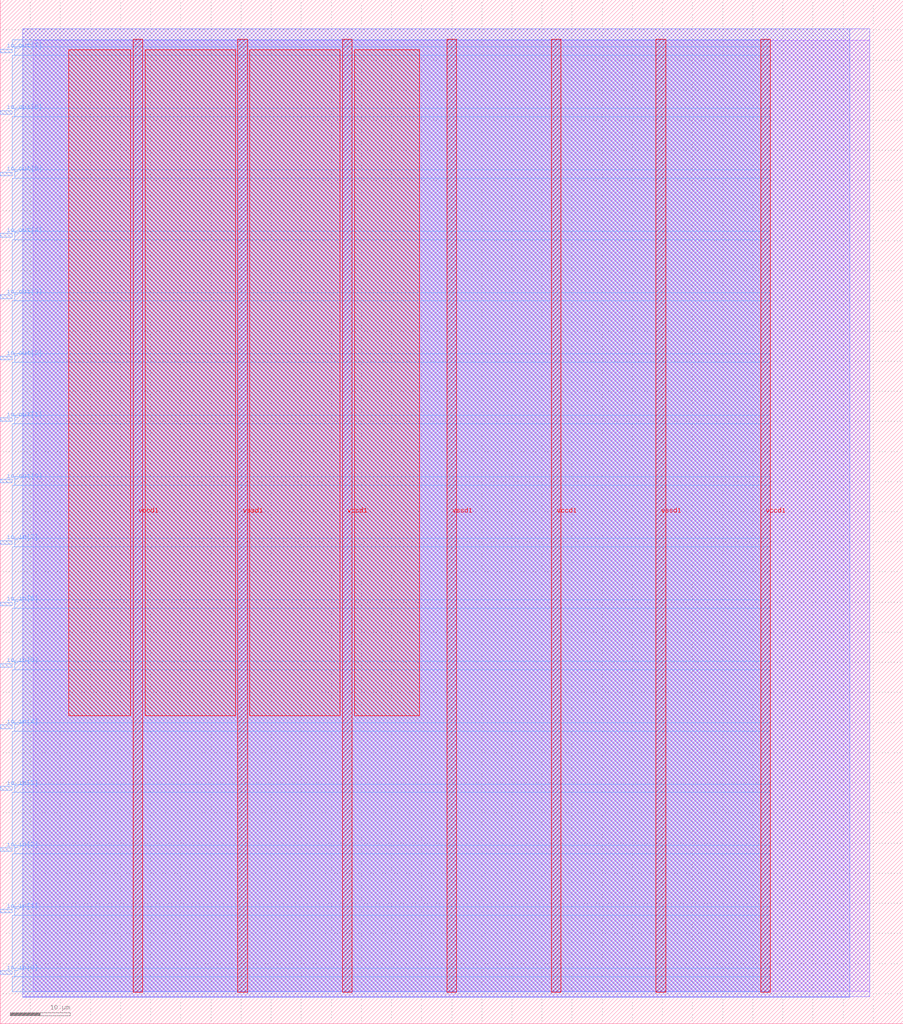
<source format=lef>
VERSION 5.7 ;
  NOWIREEXTENSIONATPIN ON ;
  DIVIDERCHAR "/" ;
  BUSBITCHARS "[]" ;
MACRO option23ser
  CLASS BLOCK ;
  FOREIGN option23ser ;
  ORIGIN 0.000 0.000 ;
  SIZE 150.000 BY 170.000 ;
  PIN io_in[0]
    DIRECTION INPUT ;
    USE SIGNAL ;
    PORT
      LAYER met3 ;
        RECT 0.000 8.200 2.000 8.800 ;
    END
  END io_in[0]
  PIN io_in[1]
    DIRECTION INPUT ;
    USE SIGNAL ;
    PORT
      LAYER met3 ;
        RECT 0.000 18.400 2.000 19.000 ;
    END
  END io_in[1]
  PIN io_in[2]
    DIRECTION INPUT ;
    USE SIGNAL ;
    PORT
      LAYER met3 ;
        RECT 0.000 28.600 2.000 29.200 ;
    END
  END io_in[2]
  PIN io_in[3]
    DIRECTION INPUT ;
    USE SIGNAL ;
    PORT
      LAYER met3 ;
        RECT 0.000 38.800 2.000 39.400 ;
    END
  END io_in[3]
  PIN io_in[4]
    DIRECTION INPUT ;
    USE SIGNAL ;
    PORT
      LAYER met3 ;
        RECT 0.000 49.000 2.000 49.600 ;
    END
  END io_in[4]
  PIN io_in[5]
    DIRECTION INPUT ;
    USE SIGNAL ;
    PORT
      LAYER met3 ;
        RECT 0.000 59.200 2.000 59.800 ;
    END
  END io_in[5]
  PIN io_in[6]
    DIRECTION INPUT ;
    USE SIGNAL ;
    PORT
      LAYER met3 ;
        RECT 0.000 69.400 2.000 70.000 ;
    END
  END io_in[6]
  PIN io_in[7]
    DIRECTION INPUT ;
    USE SIGNAL ;
    PORT
      LAYER met3 ;
        RECT 0.000 79.600 2.000 80.200 ;
    END
  END io_in[7]
  PIN io_out[0]
    DIRECTION OUTPUT TRISTATE ;
    USE SIGNAL ;
    PORT
      LAYER met3 ;
        RECT 0.000 89.800 2.000 90.400 ;
    END
  END io_out[0]
  PIN io_out[1]
    DIRECTION OUTPUT TRISTATE ;
    USE SIGNAL ;
    PORT
      LAYER met3 ;
        RECT 0.000 100.000 2.000 100.600 ;
    END
  END io_out[1]
  PIN io_out[2]
    DIRECTION OUTPUT TRISTATE ;
    USE SIGNAL ;
    PORT
      LAYER met3 ;
        RECT 0.000 110.200 2.000 110.800 ;
    END
  END io_out[2]
  PIN io_out[3]
    DIRECTION OUTPUT TRISTATE ;
    USE SIGNAL ;
    PORT
      LAYER met3 ;
        RECT 0.000 120.400 2.000 121.000 ;
    END
  END io_out[3]
  PIN io_out[4]
    DIRECTION OUTPUT TRISTATE ;
    USE SIGNAL ;
    PORT
      LAYER met3 ;
        RECT 0.000 130.600 2.000 131.200 ;
    END
  END io_out[4]
  PIN io_out[5]
    DIRECTION OUTPUT TRISTATE ;
    USE SIGNAL ;
    PORT
      LAYER met3 ;
        RECT 0.000 140.800 2.000 141.400 ;
    END
  END io_out[5]
  PIN io_out[6]
    DIRECTION OUTPUT TRISTATE ;
    USE SIGNAL ;
    PORT
      LAYER met3 ;
        RECT 0.000 151.000 2.000 151.600 ;
    END
  END io_out[6]
  PIN io_out[7]
    DIRECTION OUTPUT TRISTATE ;
    USE SIGNAL ;
    PORT
      LAYER met3 ;
        RECT 0.000 161.200 2.000 161.800 ;
    END
  END io_out[7]
  PIN vccd1
    DIRECTION INOUT ;
    USE POWER ;
    PORT
      LAYER met4 ;
        RECT 22.090 5.200 23.690 163.440 ;
    END
    PORT
      LAYER met4 ;
        RECT 56.830 5.200 58.430 163.440 ;
    END
    PORT
      LAYER met4 ;
        RECT 91.570 5.200 93.170 163.440 ;
    END
    PORT
      LAYER met4 ;
        RECT 126.310 5.200 127.910 163.440 ;
    END
  END vccd1
  PIN vssd1
    DIRECTION INOUT ;
    USE GROUND ;
    PORT
      LAYER met4 ;
        RECT 39.460 5.200 41.060 163.440 ;
    END
    PORT
      LAYER met4 ;
        RECT 74.200 5.200 75.800 163.440 ;
    END
    PORT
      LAYER met4 ;
        RECT 108.940 5.200 110.540 163.440 ;
    END
  END vssd1
  OBS
      LAYER li1 ;
        RECT 5.520 5.355 144.440 163.285 ;
      LAYER met1 ;
        RECT 3.750 4.460 144.440 165.200 ;
      LAYER met2 ;
        RECT 3.770 4.430 141.120 165.230 ;
      LAYER met3 ;
        RECT 2.000 162.200 127.900 163.365 ;
        RECT 2.400 160.800 127.900 162.200 ;
        RECT 2.000 152.000 127.900 160.800 ;
        RECT 2.400 150.600 127.900 152.000 ;
        RECT 2.000 141.800 127.900 150.600 ;
        RECT 2.400 140.400 127.900 141.800 ;
        RECT 2.000 131.600 127.900 140.400 ;
        RECT 2.400 130.200 127.900 131.600 ;
        RECT 2.000 121.400 127.900 130.200 ;
        RECT 2.400 120.000 127.900 121.400 ;
        RECT 2.000 111.200 127.900 120.000 ;
        RECT 2.400 109.800 127.900 111.200 ;
        RECT 2.000 101.000 127.900 109.800 ;
        RECT 2.400 99.600 127.900 101.000 ;
        RECT 2.000 90.800 127.900 99.600 ;
        RECT 2.400 89.400 127.900 90.800 ;
        RECT 2.000 80.600 127.900 89.400 ;
        RECT 2.400 79.200 127.900 80.600 ;
        RECT 2.000 70.400 127.900 79.200 ;
        RECT 2.400 69.000 127.900 70.400 ;
        RECT 2.000 60.200 127.900 69.000 ;
        RECT 2.400 58.800 127.900 60.200 ;
        RECT 2.000 50.000 127.900 58.800 ;
        RECT 2.400 48.600 127.900 50.000 ;
        RECT 2.000 39.800 127.900 48.600 ;
        RECT 2.400 38.400 127.900 39.800 ;
        RECT 2.000 29.600 127.900 38.400 ;
        RECT 2.400 28.200 127.900 29.600 ;
        RECT 2.000 19.400 127.900 28.200 ;
        RECT 2.400 18.000 127.900 19.400 ;
        RECT 2.000 9.200 127.900 18.000 ;
        RECT 2.400 7.800 127.900 9.200 ;
        RECT 2.000 5.275 127.900 7.800 ;
      LAYER met4 ;
        RECT 11.335 51.175 21.690 161.665 ;
        RECT 24.090 51.175 39.060 161.665 ;
        RECT 41.460 51.175 56.430 161.665 ;
        RECT 58.830 51.175 69.625 161.665 ;
  END
END option23ser
END LIBRARY


</source>
